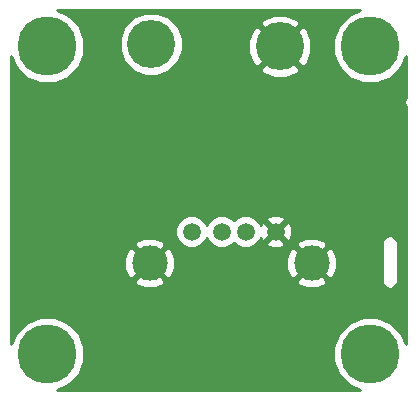
<source format=gbr>
G04 #@! TF.FileFunction,Copper,L2,Bot,Signal*
%FSLAX46Y46*%
G04 Gerber Fmt 4.6, Leading zero omitted, Abs format (unit mm)*
G04 Created by KiCad (PCBNEW (2015-07-31 BZR 6030)-product) date Sat Sep 12 09:46:02 2015*
%MOMM*%
G01*
G04 APERTURE LIST*
%ADD10C,0.100000*%
%ADD11C,5.000000*%
%ADD12C,1.501140*%
%ADD13C,2.999740*%
%ADD14C,4.064000*%
%ADD15C,0.700000*%
%ADD16C,0.250000*%
%ADD17C,0.254000*%
G04 APERTURE END LIST*
D10*
D11*
X130811800Y-46265400D03*
X130811800Y-72300400D03*
X158116800Y-72300400D03*
D12*
X150127800Y-61935400D03*
X147587800Y-61935400D03*
X145555800Y-61935400D03*
X143015800Y-61935400D03*
D13*
X153175800Y-64602400D03*
X139459800Y-64602400D03*
D14*
X150496800Y-46265400D03*
X139586800Y-46060400D03*
D11*
X158116800Y-46265400D03*
D15*
X142946800Y-57305400D03*
X142946800Y-56405400D03*
X143846800Y-56405400D03*
X143846800Y-57305400D03*
D16*
X142876800Y-57060400D02*
X142876800Y-57235400D01*
X142876800Y-57235400D02*
X142946800Y-57305400D01*
X142876800Y-56425400D02*
X142926800Y-56425400D01*
X142926800Y-56425400D02*
X142946800Y-56405400D01*
X143826800Y-56425400D02*
X143511800Y-56425400D01*
X143846800Y-56405400D02*
X143826800Y-56425400D01*
X143511800Y-57060400D02*
X143601800Y-57060400D01*
X143601800Y-57060400D02*
X143846800Y-57305400D01*
D17*
G36*
X156343285Y-43606127D02*
X155460626Y-44487247D01*
X154982346Y-45639074D01*
X154981257Y-46886254D01*
X155457527Y-48038915D01*
X156338647Y-48921574D01*
X157490474Y-49399854D01*
X158737654Y-49400943D01*
X159890315Y-48924673D01*
X160772974Y-48043553D01*
X161164800Y-47099931D01*
X161164800Y-50589520D01*
X161063543Y-50741062D01*
X161011400Y-51003200D01*
X161063543Y-51265338D01*
X161164800Y-51416880D01*
X161164800Y-71467676D01*
X160776073Y-70526885D01*
X159894953Y-69644226D01*
X158743126Y-69165946D01*
X157495946Y-69164857D01*
X156343285Y-69641127D01*
X155460626Y-70522247D01*
X154982346Y-71674074D01*
X154981257Y-72921254D01*
X155457527Y-74073915D01*
X156338647Y-74956574D01*
X157282269Y-75348400D01*
X131644524Y-75348400D01*
X132585315Y-74959673D01*
X133467974Y-74078553D01*
X133946254Y-72926726D01*
X133947343Y-71679546D01*
X133471073Y-70526885D01*
X132589953Y-69644226D01*
X131438126Y-69165946D01*
X130190946Y-69164857D01*
X129038285Y-69641127D01*
X128155626Y-70522247D01*
X127763800Y-71465869D01*
X127763800Y-66116277D01*
X138125528Y-66116277D01*
X138285295Y-66435032D01*
X139076017Y-66744995D01*
X139925166Y-66728767D01*
X140634305Y-66435032D01*
X140794072Y-66116277D01*
X151841528Y-66116277D01*
X152001295Y-66435032D01*
X152792017Y-66744995D01*
X153641166Y-66728767D01*
X154350305Y-66435032D01*
X154510072Y-66116277D01*
X153175800Y-64782005D01*
X151841528Y-66116277D01*
X140794072Y-66116277D01*
X139459800Y-64782005D01*
X138125528Y-66116277D01*
X127763800Y-66116277D01*
X127763800Y-64218617D01*
X137317205Y-64218617D01*
X137333433Y-65067766D01*
X137627168Y-65776905D01*
X137945923Y-65936672D01*
X139280195Y-64602400D01*
X139639405Y-64602400D01*
X140973677Y-65936672D01*
X141292432Y-65776905D01*
X141602395Y-64986183D01*
X141587727Y-64218617D01*
X151033205Y-64218617D01*
X151049433Y-65067766D01*
X151343168Y-65776905D01*
X151661923Y-65936672D01*
X152996195Y-64602400D01*
X153355405Y-64602400D01*
X154689677Y-65936672D01*
X155008432Y-65776905D01*
X155318395Y-64986183D01*
X155302167Y-64137034D01*
X155008432Y-63427895D01*
X154689677Y-63268128D01*
X153355405Y-64602400D01*
X152996195Y-64602400D01*
X151661923Y-63268128D01*
X151343168Y-63427895D01*
X151033205Y-64218617D01*
X141587727Y-64218617D01*
X141586167Y-64137034D01*
X141292432Y-63427895D01*
X140973677Y-63268128D01*
X139639405Y-64602400D01*
X139280195Y-64602400D01*
X137945923Y-63268128D01*
X137627168Y-63427895D01*
X137317205Y-64218617D01*
X127763800Y-64218617D01*
X127763800Y-63088523D01*
X138125528Y-63088523D01*
X139459800Y-64422795D01*
X140794072Y-63088523D01*
X140634305Y-62769768D01*
X139843583Y-62459805D01*
X138994434Y-62476033D01*
X138285295Y-62769768D01*
X138125528Y-63088523D01*
X127763800Y-63088523D01*
X127763800Y-62209798D01*
X141629990Y-62209798D01*
X141840486Y-62719237D01*
X142229913Y-63109344D01*
X142738984Y-63320729D01*
X143290198Y-63321210D01*
X143799637Y-63110714D01*
X144189744Y-62721287D01*
X144285775Y-62490019D01*
X144380486Y-62719237D01*
X144769913Y-63109344D01*
X145278984Y-63320729D01*
X145830198Y-63321210D01*
X146339637Y-63110714D01*
X146571863Y-62878893D01*
X146801913Y-63109344D01*
X147310984Y-63320729D01*
X147862198Y-63321210D01*
X148371637Y-63110714D01*
X148575376Y-62907330D01*
X149335475Y-62907330D01*
X149403535Y-63148331D01*
X149922834Y-63333167D01*
X150473338Y-63305205D01*
X150852065Y-63148331D01*
X150868955Y-63088523D01*
X151841528Y-63088523D01*
X153175800Y-64422795D01*
X154510072Y-63088523D01*
X154429515Y-62927800D01*
X159108200Y-62927800D01*
X159108200Y-66102800D01*
X159160343Y-66364938D01*
X159308832Y-66587168D01*
X159531062Y-66735657D01*
X159793200Y-66787800D01*
X160055338Y-66735657D01*
X160277568Y-66587168D01*
X160426057Y-66364938D01*
X160478200Y-66102800D01*
X160478200Y-62927800D01*
X160426057Y-62665662D01*
X160277568Y-62443432D01*
X160055338Y-62294943D01*
X159793200Y-62242800D01*
X159531062Y-62294943D01*
X159308832Y-62443432D01*
X159160343Y-62665662D01*
X159108200Y-62927800D01*
X154429515Y-62927800D01*
X154350305Y-62769768D01*
X153559583Y-62459805D01*
X152710434Y-62476033D01*
X152001295Y-62769768D01*
X151841528Y-63088523D01*
X150868955Y-63088523D01*
X150920125Y-62907330D01*
X150127800Y-62115005D01*
X149335475Y-62907330D01*
X148575376Y-62907330D01*
X148761744Y-62721287D01*
X148851179Y-62505904D01*
X148914869Y-62659665D01*
X149155870Y-62727725D01*
X149948195Y-61935400D01*
X150307405Y-61935400D01*
X151099730Y-62727725D01*
X151340731Y-62659665D01*
X151525567Y-62140366D01*
X151497605Y-61589862D01*
X151340731Y-61211135D01*
X151099730Y-61143075D01*
X150307405Y-61935400D01*
X149948195Y-61935400D01*
X149155870Y-61143075D01*
X148914869Y-61211135D01*
X148856031Y-61376440D01*
X148763114Y-61151563D01*
X148575349Y-60963470D01*
X149335475Y-60963470D01*
X150127800Y-61755795D01*
X150920125Y-60963470D01*
X150852065Y-60722469D01*
X150332766Y-60537633D01*
X149782262Y-60565595D01*
X149403535Y-60722469D01*
X149335475Y-60963470D01*
X148575349Y-60963470D01*
X148373687Y-60761456D01*
X147864616Y-60550071D01*
X147313402Y-60549590D01*
X146803963Y-60760086D01*
X146571737Y-60991907D01*
X146341687Y-60761456D01*
X145832616Y-60550071D01*
X145281402Y-60549590D01*
X144771963Y-60760086D01*
X144381856Y-61149513D01*
X144285825Y-61380781D01*
X144191114Y-61151563D01*
X143801687Y-60761456D01*
X143292616Y-60550071D01*
X142741402Y-60549590D01*
X142231963Y-60760086D01*
X141841856Y-61149513D01*
X141630471Y-61658584D01*
X141629990Y-62209798D01*
X127763800Y-62209798D01*
X127763800Y-47098124D01*
X128152527Y-48038915D01*
X129033647Y-48921574D01*
X130185474Y-49399854D01*
X131432654Y-49400943D01*
X132585315Y-48924673D01*
X133467974Y-48043553D01*
X133946254Y-46891726D01*
X133946518Y-46588572D01*
X136919338Y-46588572D01*
X137324509Y-47569161D01*
X138074093Y-48320055D01*
X139053973Y-48726936D01*
X140114972Y-48727862D01*
X141095561Y-48322691D01*
X141255009Y-48163521D01*
X148778284Y-48163521D01*
X149002954Y-48537568D01*
X149986188Y-48936280D01*
X151047157Y-48928375D01*
X151990646Y-48537568D01*
X152215316Y-48163521D01*
X150496800Y-46445005D01*
X148778284Y-48163521D01*
X141255009Y-48163521D01*
X141846455Y-47573107D01*
X142253336Y-46593227D01*
X142254067Y-45754788D01*
X147825920Y-45754788D01*
X147833825Y-46815757D01*
X148224632Y-47759246D01*
X148598679Y-47983916D01*
X150317195Y-46265400D01*
X150676405Y-46265400D01*
X152394921Y-47983916D01*
X152768968Y-47759246D01*
X153167680Y-46776012D01*
X153159775Y-45715043D01*
X152768968Y-44771554D01*
X152394921Y-44546884D01*
X150676405Y-46265400D01*
X150317195Y-46265400D01*
X148598679Y-44546884D01*
X148224632Y-44771554D01*
X147825920Y-45754788D01*
X142254067Y-45754788D01*
X142254262Y-45532228D01*
X141849091Y-44551639D01*
X141665053Y-44367279D01*
X148778284Y-44367279D01*
X150496800Y-46085795D01*
X152215316Y-44367279D01*
X151990646Y-43993232D01*
X151007412Y-43594520D01*
X149946443Y-43602425D01*
X149002954Y-43993232D01*
X148778284Y-44367279D01*
X141665053Y-44367279D01*
X141099507Y-43800745D01*
X140119627Y-43393864D01*
X139058628Y-43392938D01*
X138078039Y-43798109D01*
X137327145Y-44547693D01*
X136920264Y-45527573D01*
X136919338Y-46588572D01*
X133946518Y-46588572D01*
X133947343Y-45644546D01*
X133471073Y-44491885D01*
X132589953Y-43609226D01*
X131646331Y-43217400D01*
X157284076Y-43217400D01*
X156343285Y-43606127D01*
X156343285Y-43606127D01*
G37*
X156343285Y-43606127D02*
X155460626Y-44487247D01*
X154982346Y-45639074D01*
X154981257Y-46886254D01*
X155457527Y-48038915D01*
X156338647Y-48921574D01*
X157490474Y-49399854D01*
X158737654Y-49400943D01*
X159890315Y-48924673D01*
X160772974Y-48043553D01*
X161164800Y-47099931D01*
X161164800Y-50589520D01*
X161063543Y-50741062D01*
X161011400Y-51003200D01*
X161063543Y-51265338D01*
X161164800Y-51416880D01*
X161164800Y-71467676D01*
X160776073Y-70526885D01*
X159894953Y-69644226D01*
X158743126Y-69165946D01*
X157495946Y-69164857D01*
X156343285Y-69641127D01*
X155460626Y-70522247D01*
X154982346Y-71674074D01*
X154981257Y-72921254D01*
X155457527Y-74073915D01*
X156338647Y-74956574D01*
X157282269Y-75348400D01*
X131644524Y-75348400D01*
X132585315Y-74959673D01*
X133467974Y-74078553D01*
X133946254Y-72926726D01*
X133947343Y-71679546D01*
X133471073Y-70526885D01*
X132589953Y-69644226D01*
X131438126Y-69165946D01*
X130190946Y-69164857D01*
X129038285Y-69641127D01*
X128155626Y-70522247D01*
X127763800Y-71465869D01*
X127763800Y-66116277D01*
X138125528Y-66116277D01*
X138285295Y-66435032D01*
X139076017Y-66744995D01*
X139925166Y-66728767D01*
X140634305Y-66435032D01*
X140794072Y-66116277D01*
X151841528Y-66116277D01*
X152001295Y-66435032D01*
X152792017Y-66744995D01*
X153641166Y-66728767D01*
X154350305Y-66435032D01*
X154510072Y-66116277D01*
X153175800Y-64782005D01*
X151841528Y-66116277D01*
X140794072Y-66116277D01*
X139459800Y-64782005D01*
X138125528Y-66116277D01*
X127763800Y-66116277D01*
X127763800Y-64218617D01*
X137317205Y-64218617D01*
X137333433Y-65067766D01*
X137627168Y-65776905D01*
X137945923Y-65936672D01*
X139280195Y-64602400D01*
X139639405Y-64602400D01*
X140973677Y-65936672D01*
X141292432Y-65776905D01*
X141602395Y-64986183D01*
X141587727Y-64218617D01*
X151033205Y-64218617D01*
X151049433Y-65067766D01*
X151343168Y-65776905D01*
X151661923Y-65936672D01*
X152996195Y-64602400D01*
X153355405Y-64602400D01*
X154689677Y-65936672D01*
X155008432Y-65776905D01*
X155318395Y-64986183D01*
X155302167Y-64137034D01*
X155008432Y-63427895D01*
X154689677Y-63268128D01*
X153355405Y-64602400D01*
X152996195Y-64602400D01*
X151661923Y-63268128D01*
X151343168Y-63427895D01*
X151033205Y-64218617D01*
X141587727Y-64218617D01*
X141586167Y-64137034D01*
X141292432Y-63427895D01*
X140973677Y-63268128D01*
X139639405Y-64602400D01*
X139280195Y-64602400D01*
X137945923Y-63268128D01*
X137627168Y-63427895D01*
X137317205Y-64218617D01*
X127763800Y-64218617D01*
X127763800Y-63088523D01*
X138125528Y-63088523D01*
X139459800Y-64422795D01*
X140794072Y-63088523D01*
X140634305Y-62769768D01*
X139843583Y-62459805D01*
X138994434Y-62476033D01*
X138285295Y-62769768D01*
X138125528Y-63088523D01*
X127763800Y-63088523D01*
X127763800Y-62209798D01*
X141629990Y-62209798D01*
X141840486Y-62719237D01*
X142229913Y-63109344D01*
X142738984Y-63320729D01*
X143290198Y-63321210D01*
X143799637Y-63110714D01*
X144189744Y-62721287D01*
X144285775Y-62490019D01*
X144380486Y-62719237D01*
X144769913Y-63109344D01*
X145278984Y-63320729D01*
X145830198Y-63321210D01*
X146339637Y-63110714D01*
X146571863Y-62878893D01*
X146801913Y-63109344D01*
X147310984Y-63320729D01*
X147862198Y-63321210D01*
X148371637Y-63110714D01*
X148575376Y-62907330D01*
X149335475Y-62907330D01*
X149403535Y-63148331D01*
X149922834Y-63333167D01*
X150473338Y-63305205D01*
X150852065Y-63148331D01*
X150868955Y-63088523D01*
X151841528Y-63088523D01*
X153175800Y-64422795D01*
X154510072Y-63088523D01*
X154429515Y-62927800D01*
X159108200Y-62927800D01*
X159108200Y-66102800D01*
X159160343Y-66364938D01*
X159308832Y-66587168D01*
X159531062Y-66735657D01*
X159793200Y-66787800D01*
X160055338Y-66735657D01*
X160277568Y-66587168D01*
X160426057Y-66364938D01*
X160478200Y-66102800D01*
X160478200Y-62927800D01*
X160426057Y-62665662D01*
X160277568Y-62443432D01*
X160055338Y-62294943D01*
X159793200Y-62242800D01*
X159531062Y-62294943D01*
X159308832Y-62443432D01*
X159160343Y-62665662D01*
X159108200Y-62927800D01*
X154429515Y-62927800D01*
X154350305Y-62769768D01*
X153559583Y-62459805D01*
X152710434Y-62476033D01*
X152001295Y-62769768D01*
X151841528Y-63088523D01*
X150868955Y-63088523D01*
X150920125Y-62907330D01*
X150127800Y-62115005D01*
X149335475Y-62907330D01*
X148575376Y-62907330D01*
X148761744Y-62721287D01*
X148851179Y-62505904D01*
X148914869Y-62659665D01*
X149155870Y-62727725D01*
X149948195Y-61935400D01*
X150307405Y-61935400D01*
X151099730Y-62727725D01*
X151340731Y-62659665D01*
X151525567Y-62140366D01*
X151497605Y-61589862D01*
X151340731Y-61211135D01*
X151099730Y-61143075D01*
X150307405Y-61935400D01*
X149948195Y-61935400D01*
X149155870Y-61143075D01*
X148914869Y-61211135D01*
X148856031Y-61376440D01*
X148763114Y-61151563D01*
X148575349Y-60963470D01*
X149335475Y-60963470D01*
X150127800Y-61755795D01*
X150920125Y-60963470D01*
X150852065Y-60722469D01*
X150332766Y-60537633D01*
X149782262Y-60565595D01*
X149403535Y-60722469D01*
X149335475Y-60963470D01*
X148575349Y-60963470D01*
X148373687Y-60761456D01*
X147864616Y-60550071D01*
X147313402Y-60549590D01*
X146803963Y-60760086D01*
X146571737Y-60991907D01*
X146341687Y-60761456D01*
X145832616Y-60550071D01*
X145281402Y-60549590D01*
X144771963Y-60760086D01*
X144381856Y-61149513D01*
X144285825Y-61380781D01*
X144191114Y-61151563D01*
X143801687Y-60761456D01*
X143292616Y-60550071D01*
X142741402Y-60549590D01*
X142231963Y-60760086D01*
X141841856Y-61149513D01*
X141630471Y-61658584D01*
X141629990Y-62209798D01*
X127763800Y-62209798D01*
X127763800Y-47098124D01*
X128152527Y-48038915D01*
X129033647Y-48921574D01*
X130185474Y-49399854D01*
X131432654Y-49400943D01*
X132585315Y-48924673D01*
X133467974Y-48043553D01*
X133946254Y-46891726D01*
X133946518Y-46588572D01*
X136919338Y-46588572D01*
X137324509Y-47569161D01*
X138074093Y-48320055D01*
X139053973Y-48726936D01*
X140114972Y-48727862D01*
X141095561Y-48322691D01*
X141255009Y-48163521D01*
X148778284Y-48163521D01*
X149002954Y-48537568D01*
X149986188Y-48936280D01*
X151047157Y-48928375D01*
X151990646Y-48537568D01*
X152215316Y-48163521D01*
X150496800Y-46445005D01*
X148778284Y-48163521D01*
X141255009Y-48163521D01*
X141846455Y-47573107D01*
X142253336Y-46593227D01*
X142254067Y-45754788D01*
X147825920Y-45754788D01*
X147833825Y-46815757D01*
X148224632Y-47759246D01*
X148598679Y-47983916D01*
X150317195Y-46265400D01*
X150676405Y-46265400D01*
X152394921Y-47983916D01*
X152768968Y-47759246D01*
X153167680Y-46776012D01*
X153159775Y-45715043D01*
X152768968Y-44771554D01*
X152394921Y-44546884D01*
X150676405Y-46265400D01*
X150317195Y-46265400D01*
X148598679Y-44546884D01*
X148224632Y-44771554D01*
X147825920Y-45754788D01*
X142254067Y-45754788D01*
X142254262Y-45532228D01*
X141849091Y-44551639D01*
X141665053Y-44367279D01*
X148778284Y-44367279D01*
X150496800Y-46085795D01*
X152215316Y-44367279D01*
X151990646Y-43993232D01*
X151007412Y-43594520D01*
X149946443Y-43602425D01*
X149002954Y-43993232D01*
X148778284Y-44367279D01*
X141665053Y-44367279D01*
X141099507Y-43800745D01*
X140119627Y-43393864D01*
X139058628Y-43392938D01*
X138078039Y-43798109D01*
X137327145Y-44547693D01*
X136920264Y-45527573D01*
X136919338Y-46588572D01*
X133946518Y-46588572D01*
X133947343Y-45644546D01*
X133471073Y-44491885D01*
X132589953Y-43609226D01*
X131646331Y-43217400D01*
X157284076Y-43217400D01*
X156343285Y-43606127D01*
M02*

</source>
